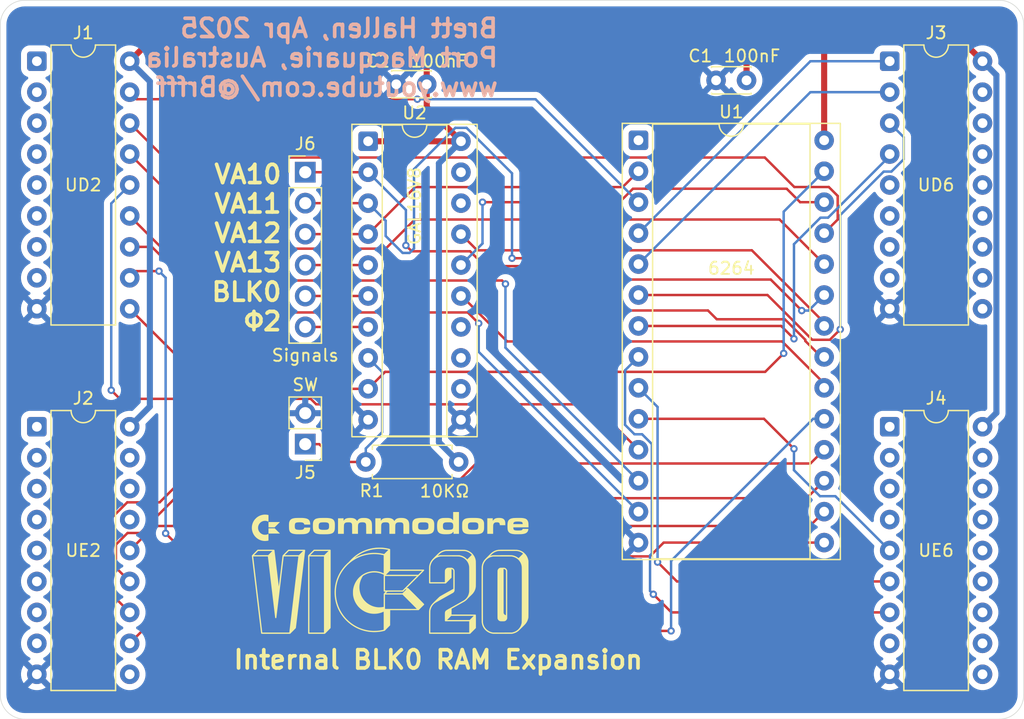
<source format=kicad_pcb>
(kicad_pcb (version 20241229) (generator "pcbnew") (generator_version "9.0")
  (title_block (title "Commodore VIC-20 BLK0 RAM Expansion ") (date "26-Apr-2025") (rev "B") (company "Brett Hallen") (comment 1 "www.youtube.com/@Brfff") (comment 2 ">>> UNTESTED <<<"))
  (layers (0 "F.Cu" signal) (2 "B.Cu" signal) (13 "F.Paste" user) (15 "B.Paste" user) (5 "F.SilkS" user "F.Silkscreen") (7 "B.SilkS" user "B.Silkscreen") (1 "F.Mask" user) (3 "B.Mask" user) (25 "Edge.Cuts" user))
  (net 0 "")
  (net 1 "+5V")
  (net 2 "GND")
  (net 3 "VA4")
  (net 4 "VA3")
  (net 5 "VA5")
  (net 6 "VA2")
  (net 7 "VA0")
  (net 8 "VA8")
  (net 9 "BD1")
  (net 10 "BD2")
  (net 11 "BD3")
  (net 12 "VA6")
  (net 14 "BD0")
  (net 15 "VA7")
  (net 16 "VR{slash}W")
  (net 17 "VA1")
  (net 18 "VA9")
  (net 19 "BD7")
  (net 20 "BD6")
  (net 25 "BD5")
  (net 28 "BD4")
  (net 32 "S")
  (net 33 "BLK0{slash}G2A")
  (net 34 "VA12")
  (net 35 "VA10")
  (net 36 "VA13{slash}G1")
  (net 37 "Φ2")
  (net 38 "VA11")
  (net 39 "~{CS1}")
  (net 40 "~{ΟΕ}")
  (net 41 "CS2")
  (footprint "Connector_PinHeader_2.54mm:PinHeader_1x06_P2.54mm_Vertical" (layer "F.Cu") (at 102.07 45.23)
    (property "Reference" "J6" (at 0 -2.33 0) (layer "F.SilkS"))
    (property "Value" "Signals" (at 0 15.03 0) (layer "F.SilkS"))
    (pad "1" thru_hole rect (at 0 0) (size 1.7 1.7) (drill 1) (layers "*.Cu" "*.Mask") (net 35 "VA10"))
    (pad "2" thru_hole oval (at 0 2.54) (size 1.7 1.7) (drill 1) (layers "*.Cu" "*.Mask") (net 38 "VA11"))
    (pad "3" thru_hole oval (at 0 5.08) (size 1.7 1.7) (drill 1) (layers "*.Cu" "*.Mask") (net 34 "VA12"))
    (pad "4" thru_hole oval (at 0 7.62) (size 1.7 1.7) (drill 1) (layers "*.Cu" "*.Mask") (net 36 "VA13{slash}G1"))
    (pad "5" thru_hole oval (at 0 10.16) (size 1.7 1.7) (drill 1) (layers "*.Cu" "*.Mask") (net 33 "BLK0{slash}G2A"))
    (pad "6" thru_hole oval (at 0 12.7) (size 1.7 1.7) (drill 1) (layers "*.Cu" "*.Mask") (net 37 "Φ2"))
  )
  (footprint "Connector_PinHeader_2.54mm:PinHeader_1x02_P2.54mm_Vertical" (layer "F.Cu") (at 102.07 67.55 180)
    (property "Reference" "J5" (at 0 -2.33 0) (layer "F.SilkS"))
    (property "Value" "SW" (at 0 4.87 0) (layer "F.SilkS"))
    (pad "1" thru_hole rect (at 0 0 180) (size 1.7 1.7) (drill 1) (layers "*.Cu" "*.Mask") (net 32 "S"))
    (pad "2" thru_hole oval (at 0 2.54 180) (size 1.7 1.7) (drill 1) (layers "*.Cu" "*.Mask") (net 2 "GND"))
  )
  (footprint "Package_DIP:DIP-18_W7.62mm" (layer "F.Cu") (at 150.04 66.12)
    (property "Reference" "J4" (at 3.81 -2.33 0) (layer "F.SilkS"))
    (property "Value" "UE6" (at 3.805 10.16 0) (layer "F.SilkS"))
    (pad "1" thru_hole roundrect (at 0 0) (size 1.6 1.6) (drill 0.8) (layers "*.Cu" "*.Mask") (roundrect_rratio 0.15625))
    (pad "2" thru_hole circle (at 0 2.54) (size 1.6 1.6) (drill 0.8) (layers "*.Cu" "*.Mask"))
    (pad "3" thru_hole circle (at 0 5.08) (size 1.6 1.6) (drill 0.8) (layers "*.Cu" "*.Mask"))
    (pad "4" thru_hole circle (at 0 7.62) (size 1.6 1.6) (drill 0.8) (layers "*.Cu" "*.Mask"))
    (pad "5" thru_hole circle (at 0 10.16) (size 1.6 1.6) (drill 0.8) (layers "*.Cu" "*.Mask") (net 7 "VA0"))
    (pad "6" thru_hole circle (at 0 12.7) (size 1.6 1.6) (drill 0.8) (layers "*.Cu" "*.Mask") (net 17 "VA1"))
    (pad "7" thru_hole circle (at 0 15.24) (size 1.6 1.6) (drill 0.8) (layers "*.Cu" "*.Mask") (net 6 "VA2"))
    (pad "8" thru_hole circle (at 0 17.78) (size 1.6 1.6) (drill 0.8) (layers "*.Cu" "*.Mask"))
    (pad "9" thru_hole circle (at 0 20.32) (size 1.6 1.6) (drill 0.8) (layers "*.Cu" "*.Mask") (net 2 "GND"))
    (pad "10" thru_hole circle (at 7.62 20.32) (size 1.6 1.6) (drill 0.8) (layers "*.Cu" "*.Mask"))
    (pad "11" thru_hole circle (at 7.62 17.78) (size 1.6 1.6) (drill 0.8) (layers "*.Cu" "*.Mask"))
    (pad "12" thru_hole circle (at 7.62 15.24) (size 1.6 1.6) (drill 0.8) (layers "*.Cu" "*.Mask"))
    (pad "13" thru_hole circle (at 7.62 12.7) (size 1.6 1.6) (drill 0.8) (layers "*.Cu" "*.Mask"))
    (pad "14" thru_hole circle (at 7.62 10.16) (size 1.6 1.6) (drill 0.8) (layers "*.Cu" "*.Mask"))
    (pad "15" thru_hole circle (at 7.62 7.62) (size 1.6 1.6) (drill 0.8) (layers "*.Cu" "*.Mask"))
    (pad "16" thru_hole circle (at 7.62 5.08) (size 1.6 1.6) (drill 0.8) (layers "*.Cu" "*.Mask"))
    (pad "17" thru_hole circle (at 7.62 2.54) (size 1.6 1.6) (drill 0.8) (layers "*.Cu" "*.Mask"))
    (pad "18" thru_hole circle (at 7.62 0) (size 1.6 1.6) (drill 0.8) (layers "*.Cu" "*.Mask") (net 1 "+5V"))
  )
  (footprint "Package_DIP:DIP-18_W7.62mm" (layer "F.Cu") (at 80.04 66.12)
    (property "Reference" "J2" (at 3.81 -2.33 0) (layer "F.SilkS"))
    (property "Value" "UE2" (at 3.805 10.16 0) (layer "F.SilkS"))
    (pad "1" thru_hole roundrect (at 0 0) (size 1.6 1.6) (drill 0.8) (layers "*.Cu" "*.Mask") (roundrect_rratio 0.15625))
    (pad "2" thru_hole circle (at 0 2.54) (size 1.6 1.6) (drill 0.8) (layers "*.Cu" "*.Mask"))
    (pad "3" thru_hole circle (at 0 5.08) (size 1.6 1.6) (drill 0.8) (layers "*.Cu" "*.Mask"))
    (pad "4" thru_hole circle (at 0 7.62) (size 1.6 1.6) (drill 0.8) (layers "*.Cu" "*.Mask"))
    (pad "5" thru_hole circle (at 0 10.16) (size 1.6 1.6) (drill 0.8) (layers "*.Cu" "*.Mask"))
    (pad "6" thru_hole circle (at 0 12.7) (size 1.6 1.6) (drill 0.8) (layers "*.Cu" "*.Mask"))
    (pad "7" thru_hole circle (at 0 15.24) (size 1.6 1.6) (drill 0.8) (layers "*.Cu" "*.Mask"))
    (pad "8" thru_hole circle (at 0 17.78) (size 1.6 1.6) (drill 0.8) (layers "*.Cu" "*.Mask"))
    (pad "9" thru_hole circle (at 0 20.32) (size 1.6 1.6) (drill 0.8) (layers "*.Cu" "*.Mask") (net 2 "GND"))
    (pad "10" thru_hole circle (at 7.62 20.32) (size 1.6 1.6) (drill 0.8) (layers "*.Cu" "*.Mask"))
    (pad "11" thru_hole circle (at 7.62 17.78) (size 1.6 1.6) (drill 0.8) (layers "*.Cu" "*.Mask") (net 19 "BD7"))
    (pad "12" thru_hole circle (at 7.62 15.24) (size 1.6 1.6) (drill 0.8) (layers "*.Cu" "*.Mask") (net 20 "BD6"))
    (pad "13" thru_hole circle (at 7.62 12.7) (size 1.6 1.6) (drill 0.8) (layers "*.Cu" "*.Mask") (net 25 "BD5"))
    (pad "14" thru_hole circle (at 7.62 10.16) (size 1.6 1.6) (drill 0.8) (layers "*.Cu" "*.Mask") (net 28 "BD4"))
    (pad "15" thru_hole circle (at 7.62 7.62) (size 1.6 1.6) (drill 0.8) (layers "*.Cu" "*.Mask"))
    (pad "16" thru_hole circle (at 7.62 5.08) (size 1.6 1.6) (drill 0.8) (layers "*.Cu" "*.Mask"))
    (pad "17" thru_hole circle (at 7.62 2.54) (size 1.6 1.6) (drill 0.8) (layers "*.Cu" "*.Mask"))
    (pad "18" thru_hole circle (at 7.62 0) (size 1.6 1.6) (drill 0.8) (layers "*.Cu" "*.Mask") (net 1 "+5V"))
  )
  (footprint "Package_DIP:DIP-18_W7.62mm" (layer "F.Cu") (at 80.04 36.12)
    (property "Reference" "J1" (at 3.81 -2.33 0) (layer "F.SilkS"))
    (property "Value" "UD2" (at 3.805 10.16 0) (layer "F.SilkS"))
    (pad "1" thru_hole roundrect (at 0 0) (size 1.6 1.6) (drill 0.8) (layers "*.Cu" "*.Mask") (roundrect_rratio 0.15625))
    (pad "2" thru_hole circle (at 0 2.54) (size 1.6 1.6) (drill 0.8) (layers "*.Cu" "*.Mask"))
    (pad "3" thru_hole circle (at 0 5.08) (size 1.6 1.6) (drill 0.8) (layers "*.Cu" "*.Mask"))
    (pad "4" thru_hole circle (at 0 7.62) (size 1.6 1.6) (drill 0.8) (layers "*.Cu" "*.Mask"))
    (pad "5" thru_hole circle (at 0 10.16) (size 1.6 1.6) (drill 0.8) (layers "*.Cu" "*.Mask"))
    (pad "6" thru_hole circle (at 0 12.7) (size 1.6 1.6) (drill 0.8) (layers "*.Cu" "*.Mask"))
    (pad "7" thru_hole circle (at 0 15.24) (size 1.6 1.6) (drill 0.8) (layers "*.Cu" "*.Mask"))
    (pad "8" thru_hole circle (at 0 17.78) (size 1.6 1.6) (drill 0.8) (layers "*.Cu" "*.Mask"))
    (pad "9" thru_hole circle (at 0 20.32) (size 1.6 1.6) (drill 0.8) (layers "*.Cu" "*.Mask") (net 2 "GND"))
    (pad "10" thru_hole circle (at 7.62 20.32) (size 1.6 1.6) (drill 0.8) (layers "*.Cu" "*.Mask") (net 16 "VR{slash}W"))
    (pad "11" thru_hole circle (at 7.62 17.78) (size 1.6 1.6) (drill 0.8) (layers "*.Cu" "*.Mask") (net 11 "BD3"))
    (pad "12" thru_hole circle (at 7.62 15.24) (size 1.6 1.6) (drill 0.8) (layers "*.Cu" "*.Mask") (net 10 "BD2"))
    (pad "13" thru_hole circle (at 7.62 12.7) (size 1.6 1.6) (drill 0.8) (layers "*.Cu" "*.Mask") (net 9 "BD1"))
    (pad "14" thru_hole circle (at 7.62 10.16) (size 1.6 1.6) (drill 0.8) (layers "*.Cu" "*.Mask") (net 14 "BD0"))
    (pad "15" thru_hole circle (at 7.62 7.62) (size 1.6 1.6) (drill 0.8) (layers "*.Cu" "*.Mask") (net 18 "VA9"))
    (pad "16" thru_hole circle (at 7.62 5.08) (size 1.6 1.6) (drill 0.8) (layers "*.Cu" "*.Mask") (net 8 "VA8"))
    (pad "17" thru_hole circle (at 7.62 2.54) (size 1.6 1.6) (drill 0.8) (layers "*.Cu" "*.Mask") (net 15 "VA7"))
    (pad "18" thru_hole circle (at 7.62 0) (size 1.6 1.6) (drill 0.8) (layers "*.Cu" "*.Mask") (net 1 "+5V"))
  )
  (footprint "Package_DIP:DIP-18_W7.62mm" (layer "F.Cu") (at 150.04 36.12)
    (property "Reference" "J3" (at 3.81 -2.33 0) (layer "F.SilkS"))
    (property "Value" "UD6" (at 3.805 10.16 0) (layer "F.SilkS"))
    (pad "1" thru_hole roundrect (at 0 0) (size 1.6 1.6) (drill 0.8) (layers "*.Cu" "*.Mask") (roundrect_rratio 0.15625) (net 12 "VA6"))
    (pad "2" thru_hole circle (at 0 2.54) (size 1.6 1.6) (drill 0.8) (layers "*.Cu" "*.Mask") (net 5 "VA5"))
    (pad "3" thru_hole circle (at 0 5.08) (size 1.6 1.6) (drill 0.8) (layers "*.Cu" "*.Mask") (net 3 "VA4"))
    (pad "4" thru_hole circle (at 0 7.62) (size 1.6 1.6) (drill 0.8) (layers "*.Cu" "*.Mask") (net 4 "VA3"))
    (pad "5" thru_hole circle (at 0 10.16) (size 1.6 1.6) (drill 0.8) (layers "*.Cu" "*.Mask"))
    (pad "6" thru_hole circle (at 0 12.7) (size 1.6 1.6) (drill 0.8) (layers "*.Cu" "*.Mask"))
    (pad "7" thru_hole circle (at 0 15.24) (size 1.6 1.6) (drill 0.8) (layers "*.Cu" "*.Mask"))
    (pad "8" thru_hole circle (at 0 17.78) (size 1.6 1.6) (drill 0.8) (layers "*.Cu" "*.Mask"))
    (pad "9" thru_hole circle (at 0 20.32) (size 1.6 1.6) (drill 0.8) (layers "*.Cu" "*.Mask") (net 2 "GND"))
    (pad "10" thru_hole circle (at 7.62 20.32) (size 1.6 1.6) (drill 0.8) (layers "*.Cu" "*.Mask"))
    (pad "11" thru_hole circle (at 7.62 17.78) (size 1.6 1.6) (drill 0.8) (layers "*.Cu" "*.Mask"))
    (pad "12" thru_hole circle (at 7.62 15.24) (size 1.6 1.6) (drill 0.8) (layers "*.Cu" "*.Mask"))
    (pad "13" thru_hole circle (at 7.62 12.7) (size 1.6 1.6) (drill 0.8) (layers "*.Cu" "*.Mask"))
    (pad "14" thru_hole circle (at 7.62 10.16) (size 1.6 1.6) (drill 0.8) (layers "*.Cu" "*.Mask"))
    (pad "15" thru_hole circle (at 7.62 7.62) (size 1.6 1.6) (drill 0.8) (layers "*.Cu" "*.Mask"))
    (pad "16" thru_hole circle (at 7.62 5.08) (size 1.6 1.6) (drill 0.8) (layers "*.Cu" "*.Mask"))
    (pad "17" thru_hole circle (at 7.62 2.54) (size 1.6 1.6) (drill 0.8) (layers "*.Cu" "*.Mask"))
    (pad "18" thru_hole circle (at 7.62 0) (size 1.6 1.6) (drill 0.8) (layers "*.Cu" "*.Mask") (net 1 "+5V"))
  )
  (footprint "Package_DIP:DIP-20_W7.62mm_Socket" (layer "F.Cu") (at 107.23 42.69)
    (property "Reference" "U2" (at 3.81 -2.33 0) (layer "F.SilkS"))
    (property "Value" "GAL16V8" (at 3.81 5.32 90) (layer "F.SilkS"))
    (pad "1" thru_hole roundrect (at 0 0) (size 1.6 1.6) (drill 0.8) (layers "*.Cu" "*.Mask") (roundrect_rratio 0.15625) (net 1 "+5V"))
    (pad "2" thru_hole circle (at 0 2.54) (size 1.6 1.6) (drill 0.8) (layers "*.Cu" "*.Mask") (net 35 "VA10"))
    (pad "3" thru_hole circle (at 0 5.08) (size 1.6 1.6) (drill 0.8) (layers "*.Cu" "*.Mask") (net 38 "VA11"))
    (pad "4" thru_hole circle (at 0 7.62) (size 1.6 1.6) (drill 0.8) (layers "*.Cu" "*.Mask") (net 34 "VA12"))
    (pad "5" thru_hole circle (at 0 10.16) (size 1.6 1.6) (drill 0.8) (layers "*.Cu" "*.Mask") (net 36 "VA13{slash}G1"))
    (pad "6" thru_hole circle (at 0 12.7) (size 1.6 1.6) (drill 0.8) (layers "*.Cu" "*.Mask") (net 33 "BLK0{slash}G2A"))
    (pad "7" thru_hole circle (at 0 15.24) (size 1.6 1.6) (drill 0.8) (layers "*.Cu" "*.Mask") (net 37 "Φ2"))
    (pad "8" thru_hole circle (at 0 17.78) (size 1.6 1.6) (drill 0.8) (layers "*.Cu" "*.Mask") (net 32 "S"))
    (pad "9" thru_hole circle (at 0 20.32) (size 1.6 1.6) (drill 0.8) (layers "*.Cu" "*.Mask") (net 16 "VR{slash}W"))
    (pad "10" thru_hole circle (at 0 22.86) (size 1.6 1.6) (drill 0.8) (layers "*.Cu" "*.Mask") (net 2 "GND"))
    (pad "11" thru_hole circle (at 7.62 22.86) (size 1.6 1.6) (drill 0.8) (layers "*.Cu" "*.Mask") (net 2 "GND"))
    (pad "12" thru_hole circle (at 7.62 20.32) (size 1.6 1.6) (drill 0.8) (layers "*.Cu" "*.Mask"))
    (pad "13" thru_hole circle (at 7.62 17.78) (size 1.6 1.6) (drill 0.8) (layers "*.Cu" "*.Mask"))
    (pad "14" thru_hole circle (at 7.62 15.24) (size 1.6 1.6) (drill 0.8) (layers "*.Cu" "*.Mask"))
    (pad "15" thru_hole circle (at 7.62 12.7) (size 1.6 1.6) (drill 0.8) (layers "*.Cu" "*.Mask") (net 39 "~{CS1}"))
    (pad "16" thru_hole circle (at 7.62 10.16) (size 1.6 1.6) (drill 0.8) (layers "*.Cu" "*.Mask") (net 41 "CS2"))
    (pad "17" thru_hole circle (at 7.62 7.62) (size 1.6 1.6) (drill 0.8) (layers "*.Cu" "*.Mask") (net 40 "~{ΟΕ}"))
    (pad "18" thru_hole circle (at 7.62 5.08) (size 1.6 1.6) (drill 0.8) (layers "*.Cu" "*.Mask"))
    (pad "19" thru_hole circle (at 7.62 2.54) (size 1.6 1.6) (drill 0.8) (layers "*.Cu" "*.Mask"))
    (pad "20" thru_hole circle (at 7.62 0) (size 1.6 1.6) (drill 0.8) (layers "*.Cu" "*.Mask") (net 1 "+5V"))
  )
  (footprint "Capacitor_THT:C_Disc_D3.0mm_W2.0mm_P2.50mm" (layer "F.Cu") (at 138.29 37.69 180)
    (property "Reference" "C1" (at 3.795652 2 0) (layer "F.SilkS"))
    (property "Value" "100nF" (at -0.454348 2 0) (layer "F.SilkS"))
    (pad "1" thru_hole circle (at 0 0 180) (size 1.6 1.6) (drill 0.8) (layers "*.Cu" "*.Mask") (net 1 "+5V"))
    (pad "2" thru_hole circle (at 2.5 0 180) (size 1.6 1.6) (drill 0.8) (layers "*.Cu" "*.Mask") (net 2 "GND"))
  )
  (footprint "Resistor_THT:R_Axial_DIN0207_L6.3mm_D2.5mm_P7.62mm_Horizontal" (layer "F.Cu") (at 114.66 69.01 180)
    (property "Reference" "R1" (at 7.15 -2.37 0) (layer "F.SilkS"))
    (property "Value" "10KΩ" (at 1.15 -2.4 0) (layer "F.SilkS"))
    (pad "1" thru_hole circle (at 0 0 180) (size 1.6 1.6) (drill 0.8) (layers "*.Cu" "*.Mask") (net 1 "+5V"))
    (pad "2" thru_hole oval (at 7.62 0 180) (size 1.6 1.6) (drill 0.8) (layers "*.Cu" "*.Mask") (net 32 "S"))
  )
  (footprint "LOGO" (layer "F.Cu") (at 109.04 78.12)
    (property "Reference" "G***" (hide yes))
    (property "Value" "LOGO" (hide yes))
  )
  (footprint "Package_DIP:DIP-28_W15.24mm_Socket" (layer "F.Cu") (at 129.42 42.61)
    (property "Reference" "U1" (at 7.62 -2.33 0) (layer "F.SilkS"))
    (property "Value" "6264" (at 7.62 10.51 0) (layer "F.SilkS"))
    (pad "1" thru_hole roundrect (at 0 0) (size 1.6 1.6) (drill 0.8) (layers "*.Cu" "*.Mask") (roundrect_rratio 0.15625))
    (pad "2" thru_hole circle (at 0 2.54) (size 1.6 1.6) (drill 0.8) (layers "*.Cu" "*.Mask") (net 34 "VA12"))
    (pad "3" thru_hole circle (at 0 5.08) (size 1.6 1.6) (drill 0.8) (layers "*.Cu" "*.Mask") (net 15 "VA7"))
    (pad "4" thru_hole circle (at 0 7.62) (size 1.6 1.6) (drill 0.8) (layers "*.Cu" "*.Mask") (net 12 "VA6"))
    (pad "5" thru_hole circle (at 0 10.16) (size 1.6 1.6) (drill 0.8) (layers "*.Cu" "*.Mask") (net 5 "VA5"))
    (pad "6" thru_hole circle (at 0 12.7) (size 1.6 1.6) (drill 0.8) (layers "*.Cu" "*.Mask") (net 3 "VA4"))
    (pad "7" thru_hole circle (at 0 15.24) (size 1.6 1.6) (drill 0.8) (layers "*.Cu" "*.Mask") (net 4 "VA3"))
    (pad "8" thru_hole circle (at 0 17.78) (size 1.6 1.6) (drill 0.8) (layers "*.Cu" "*.Mask") (net 6 "VA2"))
    (pad "9" thru_hole circle (at 0 20.32) (size 1.6 1.6) (drill 0.8) (layers "*.Cu" "*.Mask") (net 17 "VA1"))
    (pad "10" thru_hole circle (at 0 22.86) (size 1.6 1.6) (drill 0.8) (layers "*.Cu" "*.Mask") (net 7 "VA0"))
    (pad "11" thru_hole circle (at 0 25.4) (size 1.6 1.6) (drill 0.8) (layers "*.Cu" "*.Mask") (net 14 "BD0"))
    (pad "12" thru_hole circle (at 0 27.94) (size 1.6 1.6) (drill 0.8) (layers "*.Cu" "*.Mask") (net 9 "BD1"))
    (pad "13" thru_hole circle (at 0 30.48) (size 1.6 1.6) (drill 0.8) (layers "*.Cu" "*.Mask") (net 10 "BD2"))
    (pad "14" thru_hole circle (at 0 33.02) (size 1.6 1.6) (drill 0.8) (layers "*.Cu" "*.Mask") (net 2 "GND"))
    (pad "15" thru_hole circle (at 15.24 33.02) (size 1.6 1.6) (drill 0.8) (layers "*.Cu" "*.Mask") (net 11 "BD3"))
    (pad "16" thru_hole circle (at 15.24 30.48) (size 1.6 1.6) (drill 0.8) (layers "*.Cu" "*.Mask") (net 28 "BD4"))
    (pad "17" thru_hole circle (at 15.24 27.94) (size 1.6 1.6) (drill 0.8) (layers "*.Cu" "*.Mask") (net 25 "BD5"))
    (pad "18" thru_hole circle (at 15.24 25.4) (size 1.6 1.6) (drill 0.8) (layers "*.Cu" "*.Mask") (net 20 "BD6"))
    (pad "19" thru_hole circle (at 15.24 22.86) (size 1.6 1.6) (drill 0.8) (layers "*.Cu" "*.Mask") (net 19 "BD7"))
    (pad "20" thru_hole circle (at 15.24 20.32) (size 1.6 1.6) (drill 0.8) (layers "*.Cu" "*.Mask") (net 39 "~{CS1}"))
    (pad "21" thru_hole circle (at 15.24 17.78) (size 1.6 1.6) (drill 0.8) (layers "*.Cu" "*.Mask") (net 35 "VA10"))
    (pad "22" thru_hole circle (at 15.24 15.24) (size 1.6 1.6) (drill 0.8) (layers "*.Cu" "*.Mask") (net 40 "~{ΟΕ}"))
    (pad "23" thru_hole circle (at 15.24 12.7) (size 1.6 1.6) (drill 0.8) (layers "*.Cu" "*.Mask") (net 38 "VA11"))
    (pad "24" thru_hole circle (at 15.24 10.16) (size 1.6 1.6) (drill 0.8) (layers "*.Cu" "*.Mask") (net 18 "VA9"))
    (pad "25" thru_hole circle (at 15.24 7.62) (size 1.6 1.6) (drill 0.8) (layers "*.Cu" "*.Mask") (net 8 "VA8"))
    (pad "26" thru_hole circle (at 15.24 5.08) (size 1.6 1.6) (drill 0.8) (layers "*.Cu" "*.Mask") (net 41 "CS2"))
    (pad "27" thru_hole circle (at 15.24 2.54) (size 1.6 1.6) (drill 0.8) (layers "*.Cu" "*.Mask") (net 16 "VR{slash}W"))
    (pad "28" thru_hole circle (at 15.24 0) (size 1.6 1.6) (drill 0.8) (layers "*.Cu" "*.Mask") (net 1 "+5V"))
  )
  (footprint "Capacitor_THT:C_Disc_D3.0mm_W2.0mm_P2.50mm" (layer "F.Cu") (at 112.04 38.01 180)
    (property "Reference" "C2" (at 4 1.89 0) (layer "F.SilkS"))
    (property "Value" "100nF" (at -1 1.89 0) (layer "F.SilkS"))
    (pad "1" thru_hole circle (at 0 0 180) (size 1.6 1.6) (drill 0.8) (layers "*.Cu" "*.Mask") (net 1 "+5V"))
    (pad "2" thru_hole circle (at 2.5 0 180) (size 1.6 1.6) (drill 0.8) (layers "*.Cu" "*.Mask") (net 2 "GND"))
  )
  (gr_arc (start 79.04 90.12) (mid 77.625786 89.534214) (end 77.04 88.12) (stroke (width 0.05)) (layer "Edge.Cuts"))
  (gr_arc (start 159.04 31.12) (mid 160.454214 31.705786) (end 161.04 33.12) (stroke (width 0.05)) (layer "Edge.Cuts"))
  (gr_line (start 161.04 33.12) (end 161.04 88.12) (stroke (width 0.05)) (layer "Edge.Cuts"))
  (gr_arc (start 161.04 88.12) (mid 160.454214 89.534214) (end 159.04 90.12) (stroke (width 0.05)) (layer "Edge.Cuts"))
  (gr_arc (start 77.04 33.12) (mid 77.625786 31.705786) (end 79.04 31.12) (stroke (width 0.05)) (layer "Edge.Cuts"))
  (gr_line (start 79.04 31.12) (end 159.04 31.12) (stroke (width 0.05)) (layer "Edge.Cuts"))
  (gr_line (start 159.04 90.12) (end 79.04 90.12) (stroke (width 0.05)) (layer "Edge.Cuts"))
  (gr_line (start 77.04 88.12) (end 77.04 33.12) (stroke (width 0.05)) (layer "Edge.Cuts"))
  (gr_text "Internal BLK0 RAM Expansion" (at 96.04 86.12 0) (layer "F.SilkS") (effects (font (size 1.5 1.5) (thickness 0.3) (bold yes)) (justify left bottom)))
  (gr_text "VA10\nVA11\nVA12\nVA13\nBLK0\nΦ2" (at 100.27 58.352974 0) (layer "F.SilkS") (effects (font (size 1.5 1.5) (thickness 0.3) (bold yes)) (justify right bottom)))
  (gr_text "Brett Hallen, Apr 2025\nPort Macquarie, Australia\nwww.youtube.com/@Brfff" (at 118.04 39.12 0) (layer "B.SilkS") (effects (font (size 1.5 1.5) (thickness 0.3) (bold yes)) (justify left bottom mirror)))
  (segment (start 145.04 34.12) (end 155.66 34.12) (width 0.5) (layer "F.Cu") (net 1))
  (segment (start 155.66 34.12) (end 157.66 36.12) (width 0.5) (layer "F.Cu") (net 1))
  (segment (start 139.04 34.12) (end 145.04 34.12) (width 0.5) (layer "F.Cu") (net 1))
  (segment (start 112.04 38.01) (end 112.04 39.88) (width 0.5) (layer "F.Cu") (net 1))
  (segment (start 112.04 39.88) (end 114.85 42.69) (width 0.5) (layer "F.Cu") (net 1))
  (segment (start 89.66 34.12) (end 113.04 34.12) (width 0.5) (layer "F.Cu") (net 1))
  (segment (start 138.29 34.87) (end 139.04 34.12) (width 0.5) (layer "F.Cu") (net 1))
  (segment (start 144.66 34.5) (end 145.04 34.12) (width 0.5) (layer "F.Cu") (net 1))
  (segment (start 112.04 38.01) (end 112.04 35.12) (width 0.5) (layer "F.Cu") (net 1))
  (segment (start 87.66 36.12) (end 89.66 34.12) (width 0.5) (layer "F.Cu") (net 1))
  (segment (start 144.66 42.61) (end 144.66 34.5) (width 0.5) (layer "F.Cu") (net 1))
  (segment (start 112.04 35.12) (end 113.04 34.12) (width 0.5) (layer "F.Cu") (net 1))
  (segment (start 113.04 34.12) (end 139.04 34.12) (width 0.5) (layer "F.Cu") (net 1))
  (segment (start 138.29 37.69) (end 138.29 34.87) (width 0.5) (layer "F.Cu") (net 1))
  (segment (start 107.23 42.69) (end 114.85 42.69) (width 0.5) (layer "F.Cu") (net 1))
  (segment (start 87.66 36.12) (end 89.3153 37.7753) (width 0.5) (layer "B.Cu") (net 1))
  (segment (start 113.04 44.5) (end 113.04 67.39) (width 0.5) (layer "B.Cu") (net 1))
  (segment (start 158.7984 64.9816) (end 157.66 66.12) (width 0.5) (layer "B.Cu") (net 1))
  (segment (start 113.04 67.39) (end 114.66 69.01) (width 0.5) (layer "B.Cu") (net 1))
  (segment (start 158.7984 37.2584) (end 158.7984 64.9816) (width 0.5) (layer "B.Cu") (net 1))
  (segment (start 89.3153 64.4647) (end 87.66 66.12) (width 0.5) (layer "B.Cu") (net 1))
  (segment (start 157.66 36.12) (end 158.7984 37.2584) (width 0.5) (layer "B.Cu") (net 1))
  (segment (start 89.3153 37.7753) (end 89.3153 64.4647) (width 0.5) (layer "B.Cu") (net 1))
  (segment (start 114.85 42.69) (end 113.04 44.5) (width 0.5) (layer "B.Cu") (net 1))
  (segment (start 140.0101 55.31) (end 143.6844 58.9843) (width 0.2) (layer "F.Cu") (net 3))
  (segment (start 145.1277 58.9843) (end 145.9798 58.1322) (width 0.2) (layer "F.Cu") (net 3))
  (segment (start 143.6844 58.9843) (end 145.1277 58.9843) (width 0.2) (layer "F.Cu") (net 3))
  (segment (start 129.42 55.31) (end 140.0101 55.31) (width 0.2) (layer "F.Cu") (net 3))
  (via (at 145.9798 58.1322) (size 0.6) (drill 0.3) (layers "F.Cu" "B.Cu") (net 3))
  (segment (start 145.9798 48.7476) (end 145.9798 58.1322) (width 0.2) (layer "B.Cu") (net 3))
  (segment (start 150.1813 45.1783) (end 149.5491 45.1783) (width 0.2) (layer "B.Cu") (net 3))
  (segment (start 150.04 41.2) (end 151.1934 42.3534) (width 0.2) (layer "B.Cu") (net 3))
  (segment (start 151.1934 42.3534) (end 151.1934 44.1662) (width 0.2) (layer "B.Cu") (net 3))
  (segment (start 149.5491 45.1783) (end 145.9798 48.7476) (width 0.2) (layer "B.Cu") (net 3))
  (segment (start 151.1934 44.1662) (end 150.1813 45.1783) (width 0.2) (layer "B.Cu") (net 3))
  (segment (start 141.131 57.85) (end 142.1835 58.9025) (width 0.2) (layer "F.Cu") (net 4))
  (segment (start 129.42 57.85) (end 141.131 57.85) (width 0.2) (layer "F.Cu") (net 4))
  (via (at 142.1835 58.9025) (size 0.6) (drill 0.3) (layers "F.Cu" "B.Cu") (net 4))
  (segment (start 144.9842 48.96) (end 144.361 48.96) (width 0.2) (layer "B.Cu") (net 4))
  (segment (start 142.1835 51.1375) (end 142.1835 58.9025) (width 0.2) (layer "B.Cu") (net 4))
  (segment (start 144.361 48.96) (end 142.1835 51.1375) (width 0.2) (layer "B.Cu") (net 4))
  (segment (start 150.04 43.74) (end 150.04 43.9042) (width 0.2) (layer "B.Cu") (net 4))
  (segment (start 150.04 43.9042) (end 144.9842 48.96) (width 0.2) (layer "B.Cu") (net 4))
  (segment (start 129.42 52.77) (end 143.53 38.66) (width 0.2) (layer "B.Cu") (net 5))
  (segment (start 143.53 38.66) (end 150.04 38.66) (width 0.2) (layer "B.Cu") (net 5))
  (segment (start 130.641 79.8737) (end 132.1273 81.36) (width 0.2) (layer "F.Cu") (net 6))
  (segment (start 132.1273 81.36) (end 150.04 81.36) (width 0.2) (layer "F.Cu") (net 6))
  (via (at 130.641 79.8737) (size 0.6) (drill 0.3) (layers "F.Cu" "B.Cu") (net 6))
  (segment (start 130.3693 79.602) (end 130.641 79.8737) (width 0.2) (layer "B.Cu") (net 6))
  (segment (start 130.5217 76.5285) (end 130.3693 76.6809) (width 0.2) (layer "B.Cu") (net 6))
  (segment (start 130.3693 76.6809) (end 130.3693 79.602) (width 0.2) (layer "B.Cu") (net 6))
  (segment (start 128.3183 65.9657) (end 129.0926 66.74) (width 0.2) (layer "B.Cu") (net 6))
  (segment (start 128.3183 61.4917) (end 128.3183 65.9657) (width 0.2) (layer "B.Cu") (net 6))
  (segment (start 130.5217 67.5445) (end 130.5217 76.5285) (width 0.2) (layer "B.Cu") (net 6))
  (segment (start 129.42 60.39) (end 128.3183 61.4917) (width 0.2) (layer "B.Cu") (net 6))
  (segment (start 129.7172 66.74) (end 130.5217 67.5445) (width 0.2) (layer "B.Cu") (net 6))
  (segment (start 129.0926 66.74) (end 129.7172 66.74) (width 0.2) (layer "B.Cu") (net 6))
  (segment (start 129.42 65.47) (end 139.7204 65.47) (width 0.2) (layer "F.Cu") (net 7))
  (segment (start 139.7204 65.47) (end 142.1823 67.9319) (width 0.2) (layer "F.Cu") (net 7))
  (via (at 142.1823 67.9319) (size 0.6) (drill 0.3) (layers "F.Cu" "B.Cu") (net 7))
  (segment (start 145.58 71.82) (end 144.3174 71.82) (width 0.2) (layer "B.Cu") (net 7))
  (segment (start 150.04 76.28) (end 145.58 71.82) (width 0.2) (layer "B.Cu") (net 7))
  (segment (start 144.3174 71.82) (end 142.1823 69.6849) (width 0.2) (layer "B.Cu") (net 7))
  (segment (start 142.1823 69.6849) (end 142.1823 67.9319) (width 0.2) (layer "B.Cu") (net 7))
  (segment (start 139.7903 44.024) (end 90.484 44.024) (width 0.2) (layer "F.Cu") (net 8))
  (segment (start 90.484 44.024) (end 87.66 41.2) (width 0.2) (layer "F.Cu") (net 8))
  (segment (start 144.66 50.23) (end 145.7729 49.1171) (width 0.2) (layer "F.Cu") (net 8))
  (segment (start 142.2105 46.4442) (end 139.7903 44.024) (width 0.2) (layer "F.Cu") (net 8))
  (segment (start 145.7729 47.1764) (end 145.0407 46.4442) (width 0.2) (layer "F.Cu") (net 8))
  (segment (start 145.0407 46.4442) (end 142.2105 46.4442) (width 0.2) (layer "F.Cu") (net 8))
  (segment (start 145.7729 49.1171) (end 145.7729 47.1764) (width 0.2) (layer "F.Cu") (net 8))
  (segment (start 87.66 48.82) (end 92.96 54.12) (width 0.2) (layer "F.Cu") (net 9))
  (segment (start 118.2241 54.12) (end 118.5021 54.398) (width 0.2) (layer "F.Cu") (net 9))
  (segment (start 92.96 54.12) (end 118.2241 54.12) (width 0.2) (layer "F.Cu") (net 9))
  (via (at 118.5021 54.398) (size 0.6) (drill 0.3) (layers "F.Cu" "B.Cu") (net 9))
  (segment (start 129.42 70.55) (end 118.5021 59.6321) (width 0.2) (layer "B.Cu") (net 9))
  (segment (start 118.5021 59.6321) (end 118.5021 54.398) (width 0.2) (layer "B.Cu") (net 9))
  (segment (start 89.4812 51.36) (end 87.66 51.36) (width 0.2) (layer "F.Cu") (net 10))
  (segment (start 94.8617 56.7405) (end 89.4812 51.36) (width 0.2) (layer "F.Cu") (net 10))
  (segment (start 115.4101 56.7405) (end 94.8617 56.7405) (width 0.2) (layer "F.Cu") (net 10))
  (segment (start 116.3066 57.637) (end 115.4101 56.7405) (width 0.2) (layer "F.Cu") (net 10))
  (via (at 116.3066 57.637) (size 0.6) (drill 0.3) (layers "F.Cu" "B.Cu") (net 10))
  (segment (start 129.42 73.09) (end 116.3066 59.9766) (width 0.2) (layer "B.Cu") (net 10))
  (segment (start 116.3066 59.9766) (end 116.3066 57.637) (width 0.2) (layer "B.Cu") (net 10))
  (segment (start 92.5033 76.7622) (end 90.6103 74.8692) (width 0.2) (layer "F.Cu") (net 11))
  (segment (start 90.0663 53.3474) (end 88.2126 53.3474) (width 0.2) (layer "F.Cu") (net 11))
  (segment (start 130.3553 76.7622) (end 92.5033 76.7622) (width 0.2) (layer "F.Cu") (net 11))
  (segment (start 131.4875 75.63) (end 130.3553 76.7622) (width 0.2) (layer "F.Cu") (net 11))
  (segment (start 144.66 75.63) (end 131.4875 75.63) (width 0.2) (layer "F.Cu") (net 11))
  (segment (start 88.2126 53.3474) (end 87.66 53.9) (width 0.2) (layer "F.Cu") (net 11))
  (via (at 90.0663 53.3474) (size 0.6) (drill 0.3) (layers "F.Cu" "B.Cu") (net 11))
  (via (at 90.6103 74.8692) (size 0.6) (drill 0.3) (layers "F.Cu" "B.Cu") (net 11))
  (segment (start 90.6103 74.8692) (end 90.6103 53.8914) (width 0.2) (layer "B.Cu") (net 11))
  (segment (start 90.6103 53.8914) (end 90.0663 53.3474) (width 0.2) (layer "B.Cu") (net 11))
  (segment (start 129.42 50.23) (end 143.53 36.12) (width 0.2) (layer "B.Cu") (net 12))
  (segment (start 143.53 36.12) (end 150.04 36.12) (width 0.2) (layer "B.Cu") (net 12))
  (segment (start 86.8518 63.8321) (end 86.146 63.1263) (width 0.2) (layer "F.Cu") (net 14))
  (segment (start 125.69 64.28) (end 102.9688 64.28) (width 0.2) (layer "F.Cu") (net 14))
  (segment (start 102.9688 64.28) (end 102.5209 63.8321) (width 0.2) (layer "F.Cu") (net 14))
  (segment (start 102.5209 63.8321) (end 86.8518 63.8321) (width 0.2) (layer "F.Cu") (net 14))
  (segment (start 129.42 68.01) (end 125.69 64.28) (width 0.2) (layer "F.Cu") (net 14))
  (via (at 86.146 63.1263) (size 0.6) (drill 0.3) (layers "F.Cu" "B.Cu") (net 14))
  (segment (start 86.146 47.794) (end 87.66 46.28) (width 0.2) (layer "B.Cu") (net 14))
  (segment (start 86.146 63.1263) (end 86.146 47.794) (width 0.2) (layer "B.Cu") (net 14))
  (segment (start 87.66 38.66) (end 88.2378 39.2378) (width 0.2) (layer "F.Cu") (net 15))
  (segment (start 88.2378 39.2378) (end 111.2701 39.2378) (width 0.2) (layer "F.Cu") (net 15))
  (via (at 111.2701 39.2378) (size 0.6) (drill 0.3) (layers "F.Cu" "B.Cu") (net 15))
  (segment (start 129.42 47.69) (end 120.9678 39.2378) (width 0.2) (layer "B.Cu") (net 15))
  (segment (start 120.9678 39.2378) (end 111.2701 39.2378) (width 0.2) (layer "B.Cu") (net 15))
  (segment (start 108.6227 61.6173) (end 139.8197 61.6173) (width 0.2) (layer "F.Cu") (net 16))
  (segment (start 107.23 63.01) (end 94.23 63.01) (width 0.2) (layer "F.Cu") (net 16))
  (segment (start 94.23 63.01) (end 87.66 56.44) (width 0.2) (layer "F.Cu") (net 16))
  (segment (start 139.8197 61.6173) (end 141.3389 60.0981) (width 0.2) (layer "F.Cu") (net 16))
  (segment (start 107.23 63.01) (end 108.6227 61.6173) (width 0.2) (layer "F.Cu") (net 16))
  (via (at 141.3389 60.0981) (size 0.6) (drill 0.3) (layers "F.Cu" "B.Cu") (net 16))
  (segment (start 141.3389 60.0981) (end 141.3389 48.4711) (width 0.2) (layer "B.Cu") (net 16))
  (segment (start 141.3389 48.4711) (end 144.66 45.15) (width 0.2) (layer "B.Cu") (net 16))
  (segment (start 130.9875 77.2293) (end 132.5782 78.82) (width 0.2) (layer "F.Cu") (net 17))
  (segment (start 132.5782 78.82) (end 150.04 78.82) (width 0.2) (layer "F.Cu") (net 17))
  (via (at 130.9875 77.2293) (size 0.6) (drill 0.3) (layers "F.Cu" "B.Cu") (net 17))
  (segment (start 129.42 62.93) (end 130.9875 64.4975) (width 0.2) (layer "B.Cu") (net 17))
  (segment (start 130.9875 64.4975) (end 130.9875 77.2293) (width 0.2) (layer "B.Cu") (net 17))
  (segment (start 111.0639 49.1129) (end 108.6739 51.5029) (width 0.2) (layer "F.Cu") (net 18))
  (segment (start 95.4229 51.5029) (end 87.66 43.74) (width 0.2) (layer "F.Cu") (net 18))
  (segment (start 144.66 52.77) (end 141.0029 49.1129) (width 0.2) (layer "F.Cu") (net 18))
  (segment (start 141.0029 49.1129) (end 111.0639 49.1129) (width 0.2) (layer "F.Cu") (net 18))
  (segment (start 108.6739 51.5029) (end 95.4229 51.5029) (width 0.2) (layer "F.Cu") (net 18))
  (segment (start 88.68 82.88) (end 87.66 83.9) (width 0.2) (layer "F.Cu") (net 19))
  (segment (start 132.0962 82.88) (end 88.68 82.88) (width 0.2) (layer "F.Cu") (net 19))
  (via (at 132.0962 82.88) (size 0.6) (drill 0.3) (layers "F.Cu" "B.Cu") (net 19))
  (segment (start 143.7599 65.47) (end 132.0962 77.1337) (width 0.2) (layer "B.Cu") (net 19))
  (segment (start 144.66 65.47) (end 143.7599 65.47) (width 0.2) (layer "B.Cu") (net 19))
  (segment (start 132.0962 77.1337) (end 132.0962 82.88) (width 0.2) (layer "B.Cu") (net 19))
  (segment (start 116.0897 69.1384) (end 114.2674 70.9607) (width 0.2) (layer "F.Cu") (net 20))
  (segment (start 144.66 68.01) (end 143.5316 69.1384) (width 0.2) (layer "F.Cu") (net 20))
  (segment (start 87.4578 72.3284) (end 86.072 73.7142) (width 0.2) (layer "F.Cu") (net 20))
  (segment (start 86.072 79.772) (end 87.66 81.36) (width 0.2) (layer "F.Cu") (net 20))
  (segment (start 86.072 73.7142) (end 86.072 79.772) (width 0.2) (layer "F.Cu") (net 20))
  (segment (start 143.5316 69.1384) (end 116.0897 69.1384) (width 0.2) (layer "F.Cu") (net 20))
  (segment (start 91.4844 70.9607) (end 90.1167 72.3284) (width 0.2) (layer "F.Cu") (net 20))
  (segment (start 114.2674 70.9607) (end 91.4844 70.9607) (width 0.2) (layer "F.Cu") (net 20))
  (segment (start 90.1167 72.3284) (end 87.4578 72.3284) (width 0.2) (layer "F.Cu") (net 20))
  (segment (start 86.529 77.689) (end 86.529 75.7959) (width 0.2) (layer "F.Cu") (net 25))
  (segment (start 87.4832 74.8417) (end 88.5235 74.8417) (width 0.2) (layer "F.Cu") (net 25))
  (segment (start 86.529 75.7959) (end 87.4832 74.8417) (width 0.2) (layer "F.Cu") (net 25))
  (segment (start 143.2238 71.9862) (end 144.66 70.55) (width 0.2) (layer "F.Cu") (net 25))
  (segment (start 143.2238 71.9863) (end 143.2238 71.9862) (width 0.2) (layer "F.Cu") (net 25))
  (segment (start 88.5235 74.8417) (end 91.3789 71.9863) (width 0.2) (layer "F.Cu") (net 25))
  (segment (start 91.3789 71.9863) (end 143.2238 71.9863) (width 0.2) (layer "F.Cu") (net 25))
  (segment (start 87.66 78.82) (end 86.529 77.689) (width 0.2) (layer "F.Cu") (net 25))
  (segment (start 143.4828 74.2673) (end 143.4828 74.2672) (width 0.2) (layer "F.Cu") (net 28))
  (segment (start 89.6727 74.2673) (end 143.4828 74.2673) (width 0.2) (layer "F.Cu") (net 28))
  (segment (start 143.4828 74.2672) (end 144.66 73.09) (width 0.2) (layer "F.Cu") (net 28))
  (segment (start 87.66 76.28) (end 89.6727 74.2673) (width 0.2) (layer "F.Cu") (net 28))
  (segment (start 104.6817 69.01) (end 103.2217 67.55) (width 0.2) (layer "F.Cu") (net 32))
  (segment (start 102.07 67.55) (end 103.2217 67.55) (width 0.2) (layer "F.Cu") (net 32))
  (segment (start 107.04 69.01) (end 104.6817 69.01) (width 0.2) (layer "F.Cu") (net 32))
  (segment (start 108.3827 61.6227) (end 108.3827 66.5656) (width 0.2) (layer "B.Cu") (net 32))
  (segment (start 107.04 69.01) (end 107.04 67.9083) (width 0.2) (layer "B.Cu") (net 32))
  (segment (start 107.23 60.47) (end 108.3827 61.6227) (width 0.2) (layer "B.Cu") (net 32))
  (segment (start 108.3827 66.5656) (end 107.04 67.9083) (width 0.2) (layer "B.Cu") (net 32))
  (segment (start 107.23 55.39) (end 102.07 55.39) (width 0.2) (layer "F.Cu") (net 33))
  (segment (start 128.1204 46.4496) (end 111.0904 46.4496) (width 0.2) (layer "F.Cu") (net 34))
  (segment (start 102.07 50.31) (end 107.23 50.31) (width 0.2) (layer "F.Cu") (net 34))
  (segment (start 111.0904 46.4496) (end 107.23 50.31) (width 0.2) (layer "F.Cu") (net 34))
  (segment (start 129.42 45.15) (end 128.1204 46.4496) (width 0.2) (layer "F.Cu") (net 34))
  (segment (start 135.1263 56.58) (end 135.8463 57.3) (width 0.2) (layer "F.Cu") (net 35))
  (segment (start 116.8192 52.9387) (end 120.6135 52.9387) (width 0.2) (layer "F.Cu") (net 35))
  (segment (start 144.4221 60.39) (end 144.66 60.39) (width 0.2) (layer "F.Cu") (net 35))
  (segment (start 141.4321 57.3) (end 143.1164 58.9843) (width 0.2) (layer "F.Cu") (net 35))
  (segment (start 107.23 45.23) (end 103.2217 45.23) (width 0.2) (layer "F.Cu") (net 35))
  (segment (start 135.8463 57.3) (end 141.4321 57.3) (width 0.2) (layer "F.Cu") (net 35))
  (segment (start 120.6135 52.9387) (end 124.2548 56.58) (width 0.2) (layer "F.Cu") (net 35))
  (segment (start 115.6008 51.7203) (end 116.8192 52.9387) (width 0.2) (layer "F.Cu") (net 35))
  (segment (start 110.8092 51.7203) (end 115.6008 51.7203) (width 0.2) (layer "F.Cu") (net 35))
  (segment (start 110.3303 51.2414) (end 110.8092 51.7203) (width 0.2) (layer "F.Cu") (net 35))
  (segment (start 102.07 45.23) (end 103.2217 45.23) (width 0.2) (layer "F.Cu") (net 35))
  (segment (start 143.1164 59.0843) (end 144.4221 60.39) (width 0.2) (layer "F.Cu") (net 35))
  (segment (start 143.1164 58.9843) (end 143.1164 59.0843) (width 0.2) (layer "F.Cu") (net 35))
  (segment (start 124.2548 56.58) (end 135.1263 56.58) (width 0.2) (layer "F.Cu") (net 35))
  (via (at 110.3303 51.2414) (size 0.6) (drill 0.3) (layers "F.Cu" "B.Cu") (net 35))
  (segment (start 110.3303 48.3303) (end 110.3303 51.2414) (width 0.2) (layer "B.Cu") (net 35))
  (segment (start 107.23 45.23) (end 110.3303 48.3303) (width 0.2) (layer "B.Cu") (net 35))
  (segment (start 107.23 52.85) (end 102.07 52.85) (width 0.2) (layer "F.Cu") (net 36))
  (segment (start 107.23 57.93) (end 102.07 57.93) (width 0.2) (layer "F.Cu") (net 37))
  (segment (start 142.8224 56.5871) (end 140.2753 54.04) (width 0.2) (layer "F.Cu") (net 38))
  (segment (start 140.2753 54.04) (end 124.2542 54.04) (width 0.2) (layer "F.Cu") (net 38))
  (segment (start 124.2542 54.04) (end 122.5035 52.2893) (width 0.2) (layer "F.Cu") (net 38))
  (segment (start 107.23 47.77) (end 102.07 47.77) (width 0.2) (layer "F.Cu") (net 38))
  (segment (start 122.5035 52.2893) (end 119.0408 52.2893) (width 0.2) (layer "F.Cu") (net 38))
  (via (at 142.8224 56.5871) (size 0.6) (drill 0.3) (layers "F.Cu" "B.Cu") (net 38))
  (via (at 119.0408 52.2893) (size 0.6) (drill 0.3) (layers "F.Cu" "B.Cu") (net 38))
  (segment (start 108.6698 50.4635) (end 108.6698 49.2098) (width 0.2) (layer "B.Cu") (net 38))
  (segment (start 144.66 55.31) (end 143.3829 56.5871) (width 0.2) (layer "B.Cu") (net 38))
  (segment (start 108.6698 49.2098) (end 107.23 47.77) (width 0.2) (layer "B.Cu") (net 38))
  (segment (start 110.0617 51.8554) (end 108.6698 50.4635) (width 0.2) (layer "B.Cu") (net 38))
  (segment (start 114.387 41.5879) (end 110.9964 44.9785) (width 0.2) (layer "B.Cu") (net 38))
  (segment (start 110.6307 51.8554) (end 110.0617 51.8554) (width 0.2) (layer "B.Cu") (net 38))
  (segment (start 119.0408 45.3205) (end 115.3082 41.5879) (width 0.2) (layer "B.Cu") (net 38))
  (segment (start 143.3829 56.5871) (end 142.8224 56.5871) (width 0.2) (layer "B.Cu") (net 38))
  (segment (start 115.3082 41.5879) (end 114.387 41.5879) (width 0.2) (layer "B.Cu") (net 38))
  (segment (start 119.0408 52.2893) (end 119.0408 45.3205) (width 0.2) (layer "B.Cu") (net 38))
  (segment (start 110.9964 44.9785) (end 110.9964 51.4897) (width 0.2) (layer "B.Cu") (net 38))
  (segment (start 110.9964 51.4897) (end 110.6307 51.8554) (width 0.2) (layer "B.Cu") (net 38))
  (segment (start 144.66 62.93) (end 144.66 62.5683) (width 0.2) (layer "F.Cu") (net 39))
  (segment (start 144.66 62.5683) (end 141.2132 59.1215) (width 0.2) (layer "F.Cu") (net 39))
  (segment (start 114.9105 55.39) (end 114.85 55.39) (width 0.2) (layer "F.Cu") (net 39))
  (segment (start 141.2132 59.1215) (end 118.642 59.1215) (width 0.2) (layer "F.Cu") (net 39))
  (segment (start 118.642 59.1215) (end 114.9105 55.39) (width 0.2) (layer "F.Cu") (net 39))
  (segment (start 144.66 57.5738) (end 138.7276 51.6414) (width 0.2) (layer "F.Cu") (net 40))
  (segment (start 138.7276 51.6414) (end 116.1813 51.6414) (width 0.2) (layer "F.Cu") (net 40))
  (segment (start 116.1813 51.6413) (end 114.85 50.31) (width 0.2) (layer "F.Cu") (net 40))
  (segment (start 116.1813 51.6414) (end 116.1813 51.6413) (width 0.2) (layer "F.Cu") (net 40))
  (segment (start 144.66 57.85) (end 144.66 57.5738) (width 0.2) (layer "F.Cu") (net 40))
  (segment (start 128.9665 46.5855) (end 141.5836 46.5855) (width 0.2) (layer "F.Cu") (net 41))
  (segment (start 116.6195 47.6892) (end 127.8628 47.6892) (width 0.2) (layer "F.Cu") (net 41))
  (segment (start 141.5836 46.5855) (end 142.6881 47.69) (width 0.2) (layer "F.Cu") (net 41))
  (segment (start 127.8628 47.6892) (end 128.9665 46.5855) (width 0.2) (layer "F.Cu") (net 41))
  (segment (start 142.6881 47.69) (end 144.66 47.69) (width 0.2) (layer "F.Cu") (net 41))
  (via (at 116.6195 47.6892) (size 0.6) (drill 0.3) (layers "F.Cu" "B.Cu") (net 41))
  (segment (start 116.6195 47.6892) (end 116.6195 51.0805) (width 0.2) (layer "B.Cu") (net 41))
  (segment (start 116.6195 51.0805) (end 114.85 52.85) (width 0.2) (layer "B.Cu") (net 41))
  (zone (net 2) (net_name "GND") (layer "B.Cu") (connect_pads (clearance 0.5)) (min_thickness 0.25) (fill yes (thermal_gap 0.5) (thermal_bridge_width 0.5))
    (polygon (pts (xy 77.04 31.12) (xy 161.04 31.12) (xy 161.04 90.12) (xy 77.04 90.12)))
  )
)
</source>
